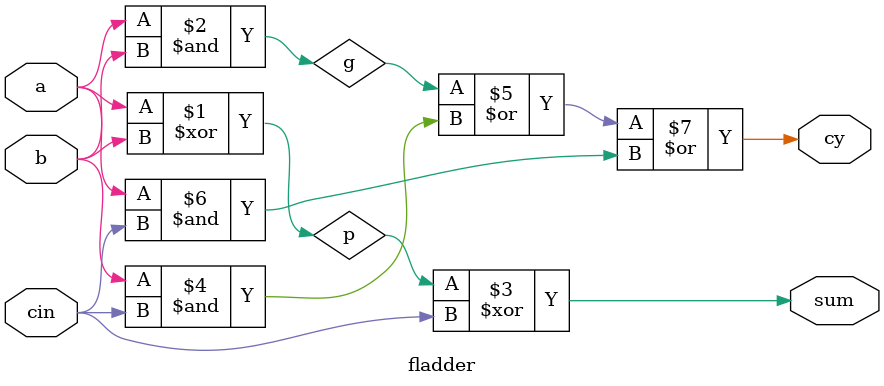
<source format=v>
`timescale 1ns / 1ps
module fladder(input a, b, cin, output sum ,cy 
    );
	 wire p, g;
	 assign p = a^b;
	 assign g = a&b;
	 assign sum = p^cin;
	 assign cy = g |(b&cin)|(a&cin);


endmodule

</source>
